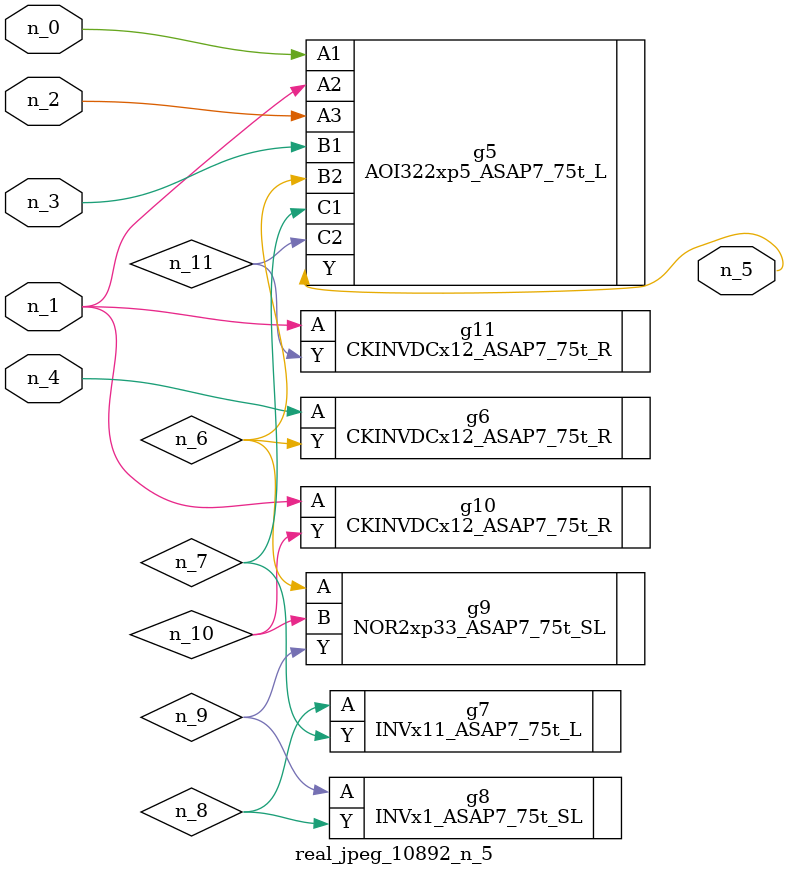
<source format=v>
module real_jpeg_10892_n_5 (n_4, n_0, n_1, n_2, n_3, n_5);

input n_4;
input n_0;
input n_1;
input n_2;
input n_3;

output n_5;

wire n_8;
wire n_11;
wire n_6;
wire n_7;
wire n_10;
wire n_9;

AOI322xp5_ASAP7_75t_L g5 ( 
.A1(n_0),
.A2(n_1),
.A3(n_2),
.B1(n_3),
.B2(n_6),
.C1(n_7),
.C2(n_11),
.Y(n_5)
);

CKINVDCx12_ASAP7_75t_R g10 ( 
.A(n_1),
.Y(n_10)
);

CKINVDCx12_ASAP7_75t_R g11 ( 
.A(n_1),
.Y(n_11)
);

CKINVDCx12_ASAP7_75t_R g6 ( 
.A(n_4),
.Y(n_6)
);

NOR2xp33_ASAP7_75t_SL g9 ( 
.A(n_6),
.B(n_10),
.Y(n_9)
);

INVx11_ASAP7_75t_L g7 ( 
.A(n_8),
.Y(n_7)
);

INVx1_ASAP7_75t_SL g8 ( 
.A(n_9),
.Y(n_8)
);


endmodule
</source>
